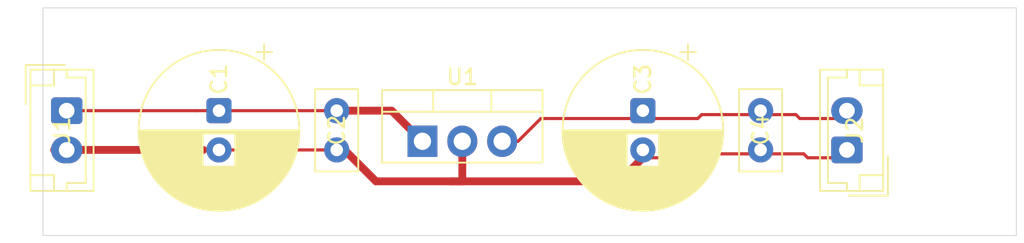
<source format=kicad_pcb>
(kicad_pcb (version 20241229) (generator "pcbnew") (generator_version "9.0")
  (layers (0 "F.Cu" signal) (4 "In1.Cu" signal) (6 "In2.Cu" signal) (2 "B.Cu" signal) (13 "F.Paste" user) (15 "B.Paste" user) (5 "F.SilkS" user "F.Silkscreen") (7 "B.SilkS" user "B.Silkscreen") (1 "F.Mask" user) (3 "B.Mask" user) (25 "Edge.Cuts" user))
  (net 0 "")
  (net 1 "Net-(J1-Pin_1)")
  (net 2 "Net-(J2-Pin_2)")
  (net 3 "GND")
  (footprint "Capacitor_THT:C_Disc_D5.0mm_W2.5mm_P2.50mm" (layer "F.Cu") (at 118.71 83.05 -90)
    (property "Reference" "C2" (at 1.25 0 90) (layer "F.SilkS"))
    (property "Value" "104")
    (fp_line (start -1.37 1.37) (end -1.37 -1.37) (stroke (width 0.12)) (layer "F.SilkS"))
    (fp_line (start 3.87 1.37) (end -1.37 1.37) (stroke (width 0.12)) (layer "F.SilkS"))
    (fp_line (start -1.37 -1.37) (end 3.87 -1.37) (stroke (width 0.12)) (layer "F.SilkS"))
    (fp_line (start 3.87 -1.37) (end 3.87 1.37) (stroke (width 0.12)) (layer "F.SilkS"))
    (pad "1" thru_hole circle (at 0 0 270) (size 1.6 1.6) (drill 0.8) (layers "*.Cu" "*.Mask") (net 1 "Net-(J1-Pin_1)"))
    (pad "2" thru_hole circle (at 2.5 0 270) (size 1.6 1.6) (drill 0.8) (layers "*.Cu" "*.Mask") (net 3 "GND"))
  )
  (footprint "Connector_JST:JST_EH_B2B-EH-A_1x02_P2.50mm_Vertical" (layer "F.Cu") (at 151.21 85.55 90)
    (property "Reference" "J2" (at 1.25 0.5 90) (layer "F.SilkS"))
    (property "Value" "Conn_01x02_Pin")
    (fp_line (start 5.11 -1.71) (end -2.61 -1.71) (stroke (width 0.12)) (layer "F.SilkS"))
    (fp_line (start -2.61 -1.71) (end -2.61 2.31) (stroke (width 0.12)) (layer "F.SilkS"))
    (fp_line (start 4.61 -1.21) (end 4.61 0) (stroke (width 0.12)) (layer "F.SilkS"))
    (fp_line (start -2.11 -1.21) (end 4.61 -1.21) (stroke (width 0.12)) (layer "F.SilkS"))
    (fp_line (start 4.61 0) (end 5.11 0) (stroke (width 0.12)) (layer "F.SilkS"))
    (fp_line (start -2.11 0) (end -2.11 -1.21) (stroke (width 0.12)) (layer "F.SilkS"))
    (fp_line (start -2.61 0) (end -2.11 0) (stroke (width 0.12)) (layer "F.SilkS"))
    (fp_line (start -2.91 0.11) (end -2.91 2.61) (stroke (width 0.12)) (layer "F.SilkS"))
    (fp_line (start 5.11 0.81) (end 4.11 0.81) (stroke (width 0.12)) (layer "F.SilkS"))
    (fp_line (start 4.11 0.81) (end 4.11 2.31) (stroke (width 0.12)) (layer "F.SilkS"))
    (fp_line (start -1.61 0.81) (end -1.61 2.31) (stroke (width 0.12)) (layer "F.SilkS"))
    (fp_line (start -2.61 0.81) (end -1.61 0.81) (stroke (width 0.12)) (layer "F.SilkS"))
    (fp_line (start 5.11 2.31) (end 5.11 -1.71) (stroke (width 0.12)) (layer "F.SilkS"))
    (fp_line (start -2.61 2.31) (end 5.11 2.31) (stroke (width 0.12)) (layer "F.SilkS"))
    (fp_line (start -2.91 2.61) (end -0.41 2.61) (stroke (width 0.12)) (layer "F.SilkS"))
    (pad "1" thru_hole roundrect (at 0 0 90) (size 1.7 2) (drill 1) (layers "*.Cu" "*.Mask") (roundrect_rratio 0.147059) (net 3 "GND"))
    (pad "2" thru_hole oval (at 2.5 0 90) (size 1.7 2) (drill 1) (layers "*.Cu" "*.Mask") (net 2 "Net-(J2-Pin_2)"))
  )
  (footprint "Capacitor_THT:C_Disc_D5.0mm_W2.5mm_P2.50mm" (layer "F.Cu") (at 145.71 83.05 -90)
    (property "Reference" "C4" (at 1.25 0 90) (layer "F.SilkS"))
    (property "Value" "104")
    (fp_line (start -1.37 1.37) (end -1.37 -1.37) (stroke (width 0.12)) (layer "F.SilkS"))
    (fp_line (start 3.87 1.37) (end -1.37 1.37) (stroke (width 0.12)) (layer "F.SilkS"))
    (fp_line (start -1.37 -1.37) (end 3.87 -1.37) (stroke (width 0.12)) (layer "F.SilkS"))
    (fp_line (start 3.87 -1.37) (end 3.87 1.37) (stroke (width 0.12)) (layer "F.SilkS"))
    (pad "1" thru_hole circle (at 0 0 270) (size 1.6 1.6) (drill 0.8) (layers "*.Cu" "*.Mask") (net 2 "Net-(J2-Pin_2)"))
    (pad "2" thru_hole circle (at 2.5 0 270) (size 1.6 1.6) (drill 0.8) (layers "*.Cu" "*.Mask") (net 3 "GND"))
  )
  (footprint "Capacitor_THT:CP_Radial_D10.0mm_P2.50mm" (layer "F.Cu") (at 111.21 83.05 -90)
    (property "Reference" "C1" (at -2 0 90) (layer "F.SilkS"))
    (property "Value" "1000uF")
    (fp_line (start 1.49 1.04) (end 1.49 5.074) (stroke (width 0.12)) (layer "F.SilkS"))
    (fp_line (start 1.53 1.04) (end 1.53 5.072) (stroke (width 0.12)) (layer "F.SilkS"))
    (fp_line (start 1.57 1.04) (end 1.57 5.07) (stroke (width 0.12)) (layer "F.SilkS"))
    (fp_line (start 1.61 1.04) (end 1.61 5.067) (stroke (width 0.12)) (layer "F.SilkS"))
    (fp_line (start 1.65 1.04) (end 1.65 5.064) (stroke (width 0.12)) (layer "F.SilkS"))
    (fp_line (start 1.69 1.04) (end 1.69 5.061) (stroke (width 0.12)) (layer "F.SilkS"))
    (fp_line (start 1.73 1.04) (end 1.73 5.057) (stroke (width 0.12)) (layer "F.SilkS"))
    (fp_line (start 1.77 1.04) (end 1.77 5.054) (stroke (width 0.12)) (layer "F.SilkS"))
    (fp_line (start 1.81 1.04) (end 1.81 5.049) (stroke (width 0.12)) (layer "F.SilkS"))
    (fp_line (start 1.85 1.04) (end 1.85 5.045) (stroke (width 0.12)) (layer "F.SilkS"))
    (fp_line (start 1.89 1.04) (end 1.89 5.04) (stroke (width 0.12)) (layer "F.SilkS"))
    (fp_line (start 1.93 1.04) (end 1.93 5.035) (stroke (width 0.12)) (layer "F.SilkS"))
    (fp_line (start 1.97 1.04) (end 1.97 5.029) (stroke (width 0.12)) (layer "F.SilkS"))
    (fp_line (start 2.01 1.04) (end 2.01 5.023) (stroke (width 0.12)) (layer "F.SilkS"))
    (fp_line (start 2.05 1.04) (end 2.05 5.017) (stroke (width 0.12)) (layer "F.SilkS"))
    (fp_line (start 2.09 1.04) (end 2.09 5.011) (stroke (width 0.12)) (layer "F.SilkS"))
    (fp_line (start 2.13 1.04) (end 2.13 5.004) (stroke (width 0.12)) (layer "F.SilkS"))
    (fp_line (start 2.17 1.04) (end 2.17 4.997) (stroke (width 0.12)) (layer "F.SilkS"))
    (fp_line (start 2.21 1.04) (end 2.21 4.989) (stroke (width 0.12)) (layer "F.SilkS"))
    (fp_line (start 2.25 1.04) (end 2.25 4.981) (stroke (width 0.12)) (layer "F.SilkS"))
    (fp_line (start 2.29 1.04) (end 2.29 4.973) (stroke (width 0.12)) (layer "F.SilkS"))
    (fp_line (start 2.33 1.04) (end 2.33 4.965) (stroke (width 0.12)) (layer "F.SilkS"))
    (fp_line (start 2.37 1.04) (end 2.37 4.956) (stroke (width 0.12)) (layer "F.SilkS"))
    (fp_line (start 2.41 1.04) (end 2.41 4.947) (stroke (width 0.12)) (layer "F.SilkS"))
    (fp_line (start 2.45 1.04) (end 2.45 4.937) (stroke (width 0.12)) (layer "F.SilkS"))
    (fp_line (start 2.49 1.04) (end 2.49 4.928) (stroke (width 0.12)) (layer "F.SilkS"))
    (fp_line (start 2.53 1.04) (end 2.53 4.917) (stroke (width 0.12)) (layer "F.SilkS"))
    (fp_line (start 2.57 1.04) (end 2.57 4.907) (stroke (width 0.12)) (layer "F.SilkS"))
    (fp_line (start 2.61 1.04) (end 2.61 4.896) (stroke (width 0.12)) (layer "F.SilkS"))
    (fp_line (start 2.65 1.04) (end 2.65 4.885) (stroke (width 0.12)) (layer "F.SilkS"))
    (fp_line (start 2.69 1.04) (end 2.69 4.873) (stroke (width 0.12)) (layer "F.SilkS"))
    (fp_line (start 2.73 1.04) (end 2.73 4.861) (stroke (width 0.12)) (layer "F.SilkS"))
    (fp_line (start 2.77 1.04) (end 2.77 4.849) (stroke (width 0.12)) (layer "F.SilkS"))
    (fp_line (start 2.81 1.04) (end 2.81 4.837) (stroke (width 0.12)) (layer "F.SilkS"))
    (fp_line (start 2.85 1.04) (end 2.85 4.824) (stroke (width 0.12)) (layer "F.SilkS"))
    (fp_line (start 2.89 1.04) (end 2.89 4.81) (stroke (width 0.12)) (layer "F.SilkS"))
    (fp_line (start 2.93 1.04) (end 2.93 4.797) (stroke (width 0.12)) (layer "F.SilkS"))
    (fp_line (start 2.97 1.04) (end 2.97 4.782) (stroke (width 0.12)) (layer "F.SilkS"))
    (fp_line (start 3.01 1.04) (end 3.01 4.768) (stroke (width 0.12)) (layer "F.SilkS"))
    (fp_line (start 3.05 1.04) (end 3.05 4.753) (stroke (width 0.12)) (layer "F.SilkS"))
    (fp_line (start 3.09 1.04) (end 3.09 4.738) (stroke (width 0.12)) (layer "F.SilkS"))
    (fp_line (start 3.13 1.04) (end 3.13 4.722) (stroke (width 0.12)) (layer "F.SilkS"))
    (fp_line (start 3.17 1.04) (end 3.17 4.706) (stroke (width 0.12)) (layer "F.SilkS"))
    (fp_line (start 3.21 1.04) (end 3.21 4.69) (stroke (width 0.12)) (layer "F.SilkS"))
    (fp_line (start 3.25 1.04) (end 3.25 4.673) (stroke (width 0.12)) (layer "F.SilkS"))
    (fp_line (start 3.29 1.04) (end 3.29 4.656) (stroke (width 0.12)) (layer "F.SilkS"))
    (fp_line (start 3.33 1.04) (end 3.33 4.638) (stroke (width 0.12)) (layer "F.SilkS"))
    (fp_line (start 3.37 1.04) (end 3.37 4.62) (stroke (width 0.12)) (layer "F.SilkS"))
    (fp_line (start 3.41 1.04) (end 3.41 4.602) (stroke (width 0.12)) (layer "F.SilkS"))
    (fp_line (start 3.45 1.04) (end 3.45 4.583) (stroke (width 0.12)) (layer "F.SilkS"))
    (fp_line (start 3.49 1.04) (end 3.49 4.564) (stroke (width 0.12)) (layer "F.SilkS"))
    (fp_line (start 3.53 1.04) (end 3.53 4.544) (stroke (width 0.12)) (layer "F.SilkS"))
    (fp_line (start 6.33 -0.599) (end 6.33 0.599) (stroke (width 0.12)) (layer "F.SilkS"))
    (fp_line (start 6.29 -0.862) (end 6.29 0.862) (stroke (width 0.12)) (layer "F.SilkS"))
    (fp_line (start 6.25 -1.062) (end 6.25 1.062) (stroke (width 0.12)) (layer "F.SilkS"))
    (fp_line (start 6.21 -1.23) (end 6.21 1.23) (stroke (width 0.12)) (layer "F.SilkS"))
    (fp_line (start 6.17 -1.377) (end 6.17 1.377) (stroke (width 0.12)) (layer "F.SilkS"))
    (fp_line (start 6.13 -1.509) (end 6.13 1.509) (stroke (width 0.12)) (layer "F.SilkS"))
    (fp_line (start 6.09 -1.63) (end 6.09 1.63) (stroke (width 0.12)) (layer "F.SilkS"))
    (fp_line (start 6.05 -1.742) (end 6.05 1.742) (stroke (width 0.12)) (layer "F.SilkS"))
    (fp_line (start 6.01 -1.846) (end 6.01 1.846) (stroke (width 0.12)) (layer "F.SilkS"))
    (fp_line (start 5.97 -1.944) (end 5.97 1.944) (stroke (width 0.12)) (layer "F.SilkS"))
    (fp_line (start 5.93 -2.037) (end 5.93 2.037) (stroke (width 0.12)) (layer "F.SilkS"))
    (fp_line (start 5.89 -2.124) (end 5.89 2.124) (stroke (width 0.12)) (layer "F.SilkS"))
    (fp_line (start 5.85 -2.208) (end 5.85 2.208) (stroke (width 0.12)) (layer "F.SilkS"))
    (fp_line (start 5.81 -2.288) (end 5.81 2.288) (stroke (width 0.12)) (layer "F.SilkS"))
    (fp_line (start 5.77 -2.365) (end 5.77 2.365) (stroke (width 0.12)) (layer "F.SilkS"))
    (fp_line (start 5.73 -2.439) (end 5.73 2.439) (stroke (width 0.12)) (layer "F.SilkS"))
    (fp_line (start 5.69 -2.51) (end 5.69 2.51) (stroke (width 0.12)) (layer "F.SilkS"))
    (fp_line (start 5.65 -2.578) (end 5.65 2.578) (stroke (width 0.12)) (layer "F.SilkS"))
    (fp_line (start 5.61 -2.644) (end 5.61 2.644) (stroke (width 0.12)) (layer "F.SilkS"))
    (fp_line (start 5.57 -2.708) (end 5.57 2.708) (stroke (width 0.12)) (layer "F.SilkS"))
    (fp_line (start 5.53 -2.77) (end 5.53 2.77) (stroke (width 0.12)) (layer "F.SilkS"))
    (fp_line (start 5.49 -2.83) (end 5.49 2.83) (stroke (width 0.12)) (layer "F.SilkS"))
    (fp_line (start -4.229646 -2.875) (end -3.229646 -2.875) (stroke (width 0.12)) (layer "F.SilkS"))
    (fp_line (start 5.45 -2.888) (end 5.45 2.888) (stroke (width 0.12)) (layer "F.SilkS"))
    (fp_line (start 5.41 -2.945) (end 5.41 2.945) (stroke (width 0.12)) (layer "F.SilkS"))
    (fp_line (start 5.37 -3) (end 5.37 3) (stroke (width 0.12)) (layer "F.SilkS"))
    (fp_line (start 5.33 -3.053) (end 5.33 3.053) (stroke (width 0.12)) (layer "F.SilkS"))
    (fp_line (start 5.29 -3.105) (end 5.29 3.105) (stroke (width 0.12)) (layer "F.SilkS"))
    (fp_line (start 5.25 -3.156) (end 5.25 3.156) (stroke (width 0.12)) (layer "F.SilkS"))
    (fp_line (start 5.21 -3.205) (end 5.21 3.205) (stroke (width 0.12)) (layer "F.SilkS"))
    (fp_line (start 5.17 -3.254) (end 5.17 3.254) (stroke (width 0.12)) (layer "F.SilkS"))
    (fp_line (start 5.13 -3.301) (end 5.13 3.301) (stroke (width 0.12)) (layer "F.SilkS"))
    (fp_line (start 5.09 -3.347) (end 5.09 3.347) (stroke (width 0.12)) (layer "F.SilkS"))
    (fp_line (start -3.729646 -3.375) (end -3.729646 -2.375) (stroke (width 0.12)) (layer "F.SilkS"))
    (fp_line (start 5.05 -3.391) (end 5.05 3.391) (stroke (width 0.12)) (layer "F.SilkS"))
    (fp_line (start 5.01 -3.435) (end 5.01 3.435) (stroke (width 0.12)) (layer "F.SilkS"))
    (fp_line (start 4.97 -3.478) (end 4.97 3.478) (stroke (width 0.12)) (layer "F.SilkS"))
    (fp_line (start 4.93 -3.52) (end 4.93 3.52) (stroke (width 0.12)) (layer "F.SilkS"))
    (fp_line (start 4.89 -3.561) (end 4.89 3.561) (stroke (width 0.12)) (layer "F.SilkS"))
    (fp_line (start 4.85 -3.601) (end 4.85 3.601) (stroke (width 0.12)) (layer "F.SilkS"))
    (fp_line (start 4.81 -3.64) (end 4.81 3.64) (stroke (width 0.12)) (layer "F.SilkS"))
    (fp_line (start 4.77 -3.678) (end 4.77 3.678) (stroke (width 0.12)) (layer "F.SilkS"))
    (fp_line (start 4.73 -3.716) (end 4.73 3.716) (stroke (width 0.12)) (layer "F.SilkS"))
    (fp_line (start 4.69 -3.752) (end 4.69 3.752) (stroke (width 0.12)) (layer "F.SilkS"))
    (fp_line (start 4.65 -3.788) (end 4.65 3.788) (stroke (width 0.12)) (layer "F.SilkS"))
    (fp_line (start 4.61 -3.823) (end 4.61 3.823) (stroke (width 0.12)) (layer "F.SilkS"))
    (fp_line (start 4.57 -3.858) (end 4.57 3.858) (stroke (width 0.12)) (layer "F.SilkS"))
    (fp_line (start 4.53 -3.891) (end 4.53 3.891) (stroke (width 0.12)) (layer "F.SilkS"))
    (fp_line (start 4.49 -3.924) (end 4.49 3.924) (stroke (width 0.12)) (layer "F.SilkS"))
    (fp_line (start 4.45 -3.957) (end 4.45 3.957) (stroke (width 0.12)) (layer "F.SilkS"))
    (fp_line (start 4.41 -3.988) (end 4.41 3.988) (stroke (width 0.12)) (layer "F.SilkS"))
    (fp_line (start 4.37 -4.02) (end 4.37 4.02) (stroke (width 0.12)) (layer "F.SilkS"))
    (fp_line (start 4.33 -4.05) (end 4.33 4.05) (stroke (width 0.12)) (layer "F.SilkS"))
    (fp_line (start 4.29 -4.08) (end 4.29 4.08) (stroke (width 0.12)) (layer "F.SilkS"))
    (fp_line (start 4.25 -4.109) (end 4.25 4.109) (stroke (width 0.12)) (layer "F.SilkS"))
    (fp_line (start 4.21 -4.138) (end 4.21 4.138) (stroke (width 0.12)) (layer "F.SilkS"))
    (fp_line (start 4.17 -4.166) (end 4.17 4.166) (stroke (width 0.12)) (layer "F.SilkS"))
    (fp_line (start 4.13 -4.193) (end 4.13 4.193) (stroke (width 0.12)) (layer "F.SilkS"))
    (fp_line (start 4.09 -4.22) (end 4.09 4.22) (stroke (width 0.12)) (layer "F.SilkS"))
    (fp_line (start 4.05 -4.247) (end 4.05 4.247) (stroke (width 0.12)) (layer "F.SilkS"))
    (fp_line (start 4.01 -4.272) (end 4.01 4.272) (stroke (width 0.12)) (layer "F.SilkS"))
    (fp_line (start 3.97 -4.298) (end 3.97 4.298) (stroke (width 0.12)) (layer "F.SilkS"))
    (fp_line (start 3.93 -4.323) (end 3.93 4.323) (stroke (width 0.12)) (layer "F.SilkS"))
    (fp_line (start 3.89 -4.347) (end 3.89 4.347) (stroke (width 0.12)) (layer "F.SilkS"))
    (fp_line (start 3.85 -4.371) (end 3.85 4.371) (stroke (width 0.12)) (layer "F.SilkS"))
    (fp_line (start 3.81 -4.394) (end 3.81 4.394) (stroke (width 0.12)) (layer "F.SilkS"))
    (fp_line (start 3.77 -4.417) (end 3.77 4.417) (stroke (width 0.12)) (layer "F.SilkS"))
    (fp_line (start 3.73 -4.439) (end 3.73 4.439) (stroke (width 0.12)) (layer "F.SilkS"))
    (fp_line (start 3.69 -4.461) (end 3.69 4.461) (stroke (width 0.12)) (layer "F.SilkS"))
    (fp_line (start 3.65 -4.483) (end 3.65 4.483) (stroke (width 0.12)) (layer "F.SilkS"))
    (fp_line (start 3.61 -4.504) (end 3.61 4.504) (stroke (width 0.12)) (layer "F.SilkS"))
    (fp_line (start 3.57 -4.524) (end 3.57 4.524) (stroke (width 0.12)) (layer "F.SilkS"))
    (fp_line (start 3.53 -4.544) (end 3.53 -1.04) (stroke (width 0.12)) (layer "F.SilkS"))
    (fp_line (start 3.49 -4.564) (end 3.49 -1.04) (stroke (width 0.12)) (layer "F.SilkS"))
    (fp_line (start 3.45 -4.583) (end 3.45 -1.04) (stroke (width 0.12)) (layer "F.SilkS"))
    (fp_line (start 3.41 -4.602) (end 3.41 -1.04) (stroke (width 0.12)) (layer "F.SilkS"))
    (fp_line (start 3.37 -4.62) (end 3.37 -1.04) (stroke (width 0.12)) (layer "F.SilkS"))
    (fp_line (start 3.33 -4.638) (end 3.33 -1.04) (stroke (width 0.12)) (layer "F.SilkS"))
    (fp_line (start 3.29 -4.656) (end 3.29 -1.04) (stroke (width 0.12)) (layer "F.SilkS"))
    (fp_line (start 3.25 -4.673) (end 3.25 -1.04) (stroke (width 0.12)) (layer "F.SilkS"))
    (fp_line (start 3.21 -4.69) (end 3.21 -1.04) (stroke (width 0.12)) (layer "F.SilkS"))
    (fp_line (start 3.17 -4.706) (end 3.17 -1.04) (stroke (width 0.12)) (layer "F.SilkS"))
    (fp_line (start 3.13 -4.722) (end 3.13 -1.04) (stroke (width 0.12)) (layer "F.SilkS"))
    (fp_line (start 3.09 -4.738) (end 3.09 -1.04) (stroke (width 0.12)) (layer "F.SilkS"))
    (fp_line (start 3.05 -4.753) (end 3.05 -1.04) (stroke (width 0.12)) (layer "F.SilkS"))
    (fp_line (start 3.01 -4.768) (end 3.01 -1.04) (stroke (width 0.12)) (layer "F.SilkS"))
    (fp_line (start 2.97 -4.782) (end 2.97 -1.04) (stroke (width 0.12)) (layer "F.SilkS"))
    (fp_line (start 2.93 -4.797) (end 2.93 -1.04) (stroke (width 0.12)) (layer "F.SilkS"))
    (fp_line (start 2.89 -4.81) (end 2.89 -1.04) (stroke (width 0.12)) (layer "F.SilkS"))
    (fp_line (start 2.85 -4.824) (end 2.85 -1.04) (stroke (width 0.12)) (layer "F.SilkS"))
    (fp_line (start 2.81 -4.837) (end 2.81 -1.04) (stroke (width 0.12)) (layer "F.SilkS"))
    (fp_line (start 2.77 -4.849) (end 2.77 -1.04) (stroke (width 0.12)) (layer "F.SilkS"))
    (fp_line (start 2.73 -4.861) (end 2.73 -1.04) (stroke (width 0.12)) (layer "F.SilkS"))
    (fp_line (start 2.69 -4.873) (end 2.69 -1.04) (stroke (width 0.12)) (layer "F.SilkS"))
    (fp_line (start 2.65 -4.885) (end 2.65 -1.04) (stroke (width 0.12)) (layer "F.SilkS"))
    (fp_line (start 2.61 -4.896) (end 2.61 -1.04) (stroke (width 0.12)) (layer "F.SilkS"))
    (fp_line (start 2.57 -4.907) (end 2.57 -1.04) (stroke (width 0.12)) (layer "F.SilkS"))
    (fp_line (start 2.53 -4.917) (end 2.53 -1.04) (stroke (width 0.12)) (layer "F.SilkS"))
    (fp_line (start 2.49 -4.928) (end 2.49 -1.04) (stroke (width 0.12)) (layer "F.SilkS"))
    (fp_line (start 2.45 -4.937) (end 2.45 -1.04) (stroke (width 0.12)) (layer "F.SilkS"))
    (fp_line (start 2.41 -4.947) (end 2.41 -1.04) (stroke (width 0.12)) (layer "F.SilkS"))
    (fp_line (start 2.37 -4.956) (end 2.37 -1.04) (stroke (width 0.12)) (layer "F.SilkS"))
    (fp_line (start 2.33 -4.965) (end 2.33 -1.04) (stroke (width 0.12)) (layer "F.SilkS"))
    (fp_line (start 2.29 -4.973) (end 2.29 -1.04) (stroke (width 0.12)) (layer "F.SilkS"))
    (fp_line (start 2.25 -4.981) (end 2.25 -1.04) (stroke (width 0.12)) (layer "F.SilkS"))
    (fp_line (start 2.21 -4.989) (end 2.21 -1.04) (stroke (width 0.12)) (layer "F.SilkS"))
    (fp_line (start 2.17 -4.997) (end 2.17 -1.04) (stroke (width 0.12)) (layer "F.SilkS"))
    (fp_line (start 2.13 -5.004) (end 2.13 -1.04) (stroke (width 0.12)) (layer "F.SilkS"))
    (fp_line (start 2.09 -5.011) (end 2.09 -1.04) (stroke (width 0.12)) (layer "F.SilkS"))
    (fp_line (start 2.05 -5.017) (end 2.05 -1.04) (stroke (width 0.12)) (layer "F.SilkS"))
    (fp_line (start 2.01 -5.023) (end 2.01 -1.04) (stroke (width 0.12)) (layer "F.SilkS"))
    (fp_line (start 1.97 -5.029) (end 1.97 -1.04) (stroke (width 0.12)) (layer "F.SilkS"))
    (fp_line (start 1.93 -5.035) (end 1.93 -1.04) (stroke (width 0.12)) (layer "F.SilkS"))
    (fp_line (start 1.89 -5.04) (end 1.89 -1.04) (stroke (width 0.12)) (layer "F.SilkS"))
    (fp_line (start 1.85 -5.045) (end 1.85 -1.04) (stroke (width 0.12)) (layer "F.SilkS"))
    (fp_line (start 1.81 -5.049) (end 1.81 -1.04) (stroke (width 0.12)) (layer "F.SilkS"))
    (fp_line (start 1.77 -5.054) (end 1.77 -1.04) (stroke (width 0.12)) (layer "F.SilkS"))
    (fp_line (start 1.73 -5.057) (end 1.73 -1.04) (stroke (width 0.12)) (layer "F.SilkS"))
    (fp_line (start 1.69 -5.061) (end 1.69 -1.04) (stroke (width 0.12)) (layer "F.SilkS"))
    (fp_line (start 1.65 -5.064) (end 1.65 -1.04) (stroke (width 0.12)) (layer "F.SilkS"))
    (fp_line (start 1.61 -5.067) (end 1.61 -1.04) (stroke (width 0.12)) (layer "F.SilkS"))
    (fp_line (start 1.57 -5.07) (end 1.57 -1.04) (stroke (width 0.12)) (layer "F.SilkS"))
    (fp_line (start 1.53 -5.072) (end 1.53 -1.04) (stroke (width 0.12)) (layer "F.SilkS"))
    (fp_line (start 1.49 -5.074) (end 1.49 -1.04) (stroke (width 0.12)) (layer "F.SilkS"))
    (fp_line (start 1.45 -5.076) (end 1.45 5.076) (stroke (width 0.12)) (layer "F.SilkS"))
    (fp_line (start 1.41 -5.077) (end 1.41 5.077) (stroke (width 0.12)) (layer "F.SilkS"))
    (fp_line (start 1.33 -5.079) (end 1.33 5.079) (stroke (width 0.12)) (layer "F.SilkS"))
    (fp_line (start 1.37 -5.079) (end 1.37 5.079) (stroke (width 0.12)) (layer "F.SilkS"))
    (fp_line (start 1.25 -5.08) (end 1.25 5.08) (stroke (width 0.12)) (layer "F.SilkS"))
    (fp_line (start 1.29 -5.08) (end 1.29 5.08) (stroke (width 0.12)) (layer "F.SilkS"))
    (fp_circle (center 1.25 0) (end 6.37 0) (stroke (width 0.12)) (fill no) (layer "F.SilkS"))
    (pad "1" thru_hole roundrect (at 0 0 270) (size 1.6 1.6) (drill 0.8) (layers "*.Cu" "*.Mask") (roundrect_rratio 0.15625) (net 1 "Net-(J1-Pin_1)"))
    (pad "2" thru_hole circle (at 2.5 0 270) (size 1.6 1.6) (drill 0.8) (layers "*.Cu" "*.Mask") (net 3 "GND"))
  )
  (footprint "Package_TO_SOT_THT:TO-220-3_Vertical" (layer "F.Cu") (at 124.17 85)
    (property "Reference" "U1" (at 2.54 -4.1 0) (layer "F.SilkS"))
    (property "Value" "LM7805_TO220")
    (fp_line (start -2.57 -3.26) (end 7.65 -3.26) (stroke (width 0.12)) (layer "F.SilkS"))
    (fp_line (start -2.57 -1.88) (end 7.65 -1.88) (stroke (width 0.12)) (layer "F.SilkS"))
    (fp_line (start -2.57 1.36) (end -2.57 -3.26) (stroke (width 0.12)) (layer "F.SilkS"))
    (fp_line (start 0.69 -3.26) (end 0.69 -1.88) (stroke (width 0.12)) (layer "F.SilkS"))
    (fp_line (start 4.39 -3.26) (end 4.39 -1.88) (stroke (width 0.12)) (layer "F.SilkS"))
    (fp_line (start 7.65 -3.26) (end 7.65 1.36) (stroke (width 0.12)) (layer "F.SilkS"))
    (fp_line (start 7.65 1.36) (end -2.57 1.36) (stroke (width 0.12)) (layer "F.SilkS"))
    (pad "1" thru_hole rect (at 0 0) (size 1.905 2) (drill 1.1) (layers "*.Cu" "*.Mask") (net 1 "Net-(J1-Pin_1)"))
    (pad "2" thru_hole oval (at 2.54 0) (size 1.905 2) (drill 1.1) (layers "*.Cu" "*.Mask") (net 3 "GND"))
    (pad "3" thru_hole oval (at 5.08 0) (size 1.905 2) (drill 1.1) (layers "*.Cu" "*.Mask") (net 2 "Net-(J2-Pin_2)"))
  )
  (footprint "Capacitor_THT:CP_Radial_D10.0mm_P2.50mm" (layer "F.Cu") (at 138.21 83.05 -90)
    (property "Reference" "C3" (at -2 0 90) (layer "F.SilkS"))
    (property "Value" "1000uF")
    (fp_line (start 1.49 1.04) (end 1.49 5.074) (stroke (width 0.12)) (layer "F.SilkS"))
    (fp_line (start 1.53 1.04) (end 1.53 5.072) (stroke (width 0.12)) (layer "F.SilkS"))
    (fp_line (start 1.57 1.04) (end 1.57 5.07) (stroke (width 0.12)) (layer "F.SilkS"))
    (fp_line (start 1.61 1.04) (end 1.61 5.067) (stroke (width 0.12)) (layer "F.SilkS"))
    (fp_line (start 1.65 1.04) (end 1.65 5.064) (stroke (width 0.12)) (layer "F.SilkS"))
    (fp_line (start 1.69 1.04) (end 1.69 5.061) (stroke (width 0.12)) (layer "F.SilkS"))
    (fp_line (start 1.73 1.04) (end 1.73 5.057) (stroke (width 0.12)) (layer "F.SilkS"))
    (fp_line (start 1.77 1.04) (end 1.77 5.054) (stroke (width 0.12)) (layer "F.SilkS"))
    (fp_line (start 1.81 1.04) (end 1.81 5.049) (stroke (width 0.12)) (layer "F.SilkS"))
    (fp_line (start 1.85 1.04) (end 1.85 5.045) (stroke (width 0.12)) (layer "F.SilkS"))
    (fp_line (start 1.89 1.04) (end 1.89 5.04) (stroke (width 0.12)) (layer "F.SilkS"))
    (fp_line (start 1.93 1.04) (end 1.93 5.035) (stroke (width 0.12)) (layer "F.SilkS"))
    (fp_line (start 1.97 1.04) (end 1.97 5.029) (stroke (width 0.12)) (layer "F.SilkS"))
    (fp_line (start 2.01 1.04) (end 2.01 5.023) (stroke (width 0.12)) (layer "F.SilkS"))
    (fp_line (start 2.05 1.04) (end 2.05 5.017) (stroke (width 0.12)) (layer "F.SilkS"))
    (fp_line (start 2.09 1.04) (end 2.09 5.011) (stroke (width 0.12)) (layer "F.SilkS"))
    (fp_line (start 2.13 1.04) (end 2.13 5.004) (stroke (width 0.12)) (layer "F.SilkS"))
    (fp_line (start 2.17 1.04) (end 2.17 4.997) (stroke (width 0.12)) (layer "F.SilkS"))
    (fp_line (start 2.21 1.04) (end 2.21 4.989) (stroke (width 0.12)) (layer "F.SilkS"))
    (fp_line (start 2.25 1.04) (end 2.25 4.981) (stroke (width 0.12)) (layer "F.SilkS"))
    (fp_line (start 2.29 1.04) (end 2.29 4.973) (stroke (width 0.12)) (layer "F.SilkS"))
    (fp_line (start 2.33 1.04) (end 2.33 4.965) (stroke (width 0.12)) (layer "F.SilkS"))
    (fp_line (start 2.37 1.04) (end 2.37 4.956) (stroke (width 0.12)) (layer "F.SilkS"))
    (fp_line (start 2.41 1.04) (end 2.41 4.947) (stroke (width 0.12)) (layer "F.SilkS"))
    (fp_line (start 2.45 1.04) (end 2.45 4.937) (stroke (width 0.12)) (layer "F.SilkS"))
    (fp_line (start 2.49 1.04) (end 2.49 4.928) (stroke (width 0.12)) (layer "F.SilkS"))
    (fp_line (start 2.53 1.04) (end 2.53 4.917) (stroke (width 0.12)) (layer "F.SilkS"))
    (fp_line (start 2.57 1.04) (end 2.57 4.907) (stroke (width 0.12)) (layer "F.SilkS"))
    (fp_line (start 2.61 1.04) (end 2.61 4.896) (stroke (width 0.12)) (layer "F.SilkS"))
    (fp_line (start 2.65 1.04) (end 2.65 4.885) (stroke (width 0.12)) (layer "F.SilkS"))
    (fp_line (start 2.69 1.04) (end 2.69 4.873) (stroke (width 0.12)) (layer "F.SilkS"))
    (fp_line (start 2.73 1.04) (end 2.73 4.861) (stroke (width 0.12)) (layer "F.SilkS"))
    (fp_line (start 2.77 1.04) (end 2.77 4.849) (stroke (width 0.12)) (layer "F.SilkS"))
    (fp_line (start 2.81 1.04) (end 2.81 4.837) (stroke (width 0.12)) (layer "F.SilkS"))
    (fp_line (start 2.85 1.04) (end 2.85 4.824) (stroke (width 0.12)) (layer "F.SilkS"))
    (fp_line (start 2.89 1.04) (end 2.89 4.81) (stroke (width 0.12)) (layer "F.SilkS"))
    (fp_line (start 2.93 1.04) (end 2.93 4.797) (stroke (width 0.12)) (layer "F.SilkS"))
    (fp_line (start 2.97 1.04) (end 2.97 4.782) (stroke (width 0.12)) (layer "F.SilkS"))
    (fp_line (start 3.01 1.04) (end 3.01 4.768) (stroke (width 0.12)) (layer "F.SilkS"))
    (fp_line (start 3.05 1.04) (end 3.05 4.753) (stroke (width 0.12)) (layer "F.SilkS"))
    (fp_line (start 3.09 1.04) (end 3.09 4.738) (stroke (width 0.12)) (layer "F.SilkS"))
    (fp_line (start 3.13 1.04) (end 3.13 4.722) (stroke (width 0.12)) (layer "F.SilkS"))
    (fp_line (start 3.17 1.04) (end 3.17 4.706) (stroke (width 0.12)) (layer "F.SilkS"))
    (fp_line (start 3.21 1.04) (end 3.21 4.69) (stroke (width 0.12)) (layer "F.SilkS"))
    (fp_line (start 3.25 1.04) (end 3.25 4.673) (stroke (width 0.12)) (layer "F.SilkS"))
    (fp_line (start 3.29 1.04) (end 3.29 4.656) (stroke (width 0.12)) (layer "F.SilkS"))
    (fp_line (start 3.33 1.04) (end 3.33 4.638) (stroke (width 0.12)) (layer "F.SilkS"))
    (fp_line (start 3.37 1.04) (end 3.37 4.62) (stroke (width 0.12)) (layer "F.SilkS"))
    (fp_line (start 3.41 1.04) (end 3.41 4.602) (stroke (width 0.12)) (layer "F.SilkS"))
    (fp_line (start 3.45 1.04) (end 3.45 4.583) (stroke (width 0.12)) (layer "F.SilkS"))
    (fp_line (start 3.49 1.04) (end 3.49 4.564) (stroke (width 0.12)) (layer "F.SilkS"))
    (fp_line (start 3.53 1.04) (end 3.53 4.544) (stroke (width 0.12)) (layer "F.SilkS"))
    (fp_line (start 6.33 -0.599) (end 6.33 0.599) (stroke (width 0.12)) (layer "F.SilkS"))
    (fp_line (start 6.29 -0.862) (end 6.29 0.862) (stroke (width 0.12)) (layer "F.SilkS"))
    (fp_line (start 6.25 -1.062) (end 6.25 1.062) (stroke (width 0.12)) (layer "F.SilkS"))
    (fp_line (start 6.21 -1.23) (end 6.21 1.23) (stroke (width 0.12)) (layer "F.SilkS"))
    (fp_line (start 6.17 -1.377) (end 6.17 1.377) (stroke (width 0.12)) (layer "F.SilkS"))
    (fp_line (start 6.13 -1.509) (end 6.13 1.509) (stroke (width 0.12)) (layer "F.SilkS"))
    (fp_line (start 6.09 -1.63) (end 6.09 1.63) (stroke (width 0.12)) (layer "F.SilkS"))
    (fp_line (start 6.05 -1.742) (end 6.05 1.742) (stroke (width 0.12)) (layer "F.SilkS"))
    (fp_line (start 6.01 -1.846) (end 6.01 1.846) (stroke (width 0.12)) (layer "F.SilkS"))
    (fp_line (start 5.97 -1.944) (end 5.97 1.944) (stroke (width 0.12)) (layer "F.SilkS"))
    (fp_line (start 5.93 -2.037) (end 5.93 2.037) (stroke (width 0.12)) (layer "F.SilkS"))
    (fp_line (start 5.89 -2.124) (end 5.89 2.124) (stroke (width 0.12)) (layer "F.SilkS"))
    (fp_line (start 5.85 -2.208) (end 5.85 2.208) (stroke (width 0.12)) (layer "F.SilkS"))
    (fp_line (start 5.81 -2.288) (end 5.81 2.288) (stroke (width 0.12)) (layer "F.SilkS"))
    (fp_line (start 5.77 -2.365) (end 5.77 2.365) (stroke (width 0.12)) (layer "F.SilkS"))
    (fp_line (start 5.73 -2.439) (end 5.73 2.439) (stroke (width 0.12)) (layer "F.SilkS"))
    (fp_line (start 5.69 -2.51) (end 5.69 2.51) (stroke (width 0.12)) (layer "F.SilkS"))
    (fp_line (start 5.65 -2.578) (end 5.65 2.578) (stroke (width 0.12)) (layer "F.SilkS"))
    (fp_line (start 5.61 -2.644) (end 5.61 2.644) (stroke (width 0.12)) (layer "F.SilkS"))
    (fp_line (start 5.57 -2.708) (end 5.57 2.708) (stroke (width 0.12)) (layer "F.SilkS"))
    (fp_line (start 5.53 -2.77) (end 5.53 2.77) (stroke (width 0.12)) (layer "F.SilkS"))
    (fp_line (start 5.49 -2.83) (end 5.49 2.83) (stroke (width 0.12)) (layer "F.SilkS"))
    (fp_line (start -4.229646 -2.875) (end -3.229646 -2.875) (stroke (width 0.12)) (layer "F.SilkS"))
    (fp_line (start 5.45 -2.888) (end 5.45 2.888) (stroke (width 0.12)) (layer "F.SilkS"))
    (fp_line (start 5.41 -2.945) (end 5.41 2.945) (stroke (width 0.12)) (layer "F.SilkS"))
    (fp_line (start 5.37 -3) (end 5.37 3) (stroke (width 0.12)) (layer "F.SilkS"))
    (fp_line (start 5.33 -3.053) (end 5.33 3.053) (stroke (width 0.12)) (layer "F.SilkS"))
    (fp_line (start 5.29 -3.105) (end 5.29 3.105) (stroke (width 0.12)) (layer "F.SilkS"))
    (fp_line (start 5.25 -3.156) (end 5.25 3.156) (stroke (width 0.12)) (layer "F.SilkS"))
    (fp_line (start 5.21 -3.205) (end 5.21 3.205) (stroke (width 0.12)) (layer "F.SilkS"))
    (fp_line (start 5.17 -3.254) (end 5.17 3.254) (stroke (width 0.12)) (layer "F.SilkS"))
    (fp_line (start 5.13 -3.301) (end 5.13 3.301) (stroke (width 0.12)) (layer "F.SilkS"))
    (fp_line (start 5.09 -3.347) (end 5.09 3.347) (stroke (width 0.12)) (layer "F.SilkS"))
    (fp_line (start -3.729646 -3.375) (end -3.729646 -2.375) (stroke (width 0.12)) (layer "F.SilkS"))
    (fp_line (start 5.05 -3.391) (end 5.05 3.391) (stroke (width 0.12)) (layer "F.SilkS"))
    (fp_line (start 5.01 -3.435) (end 5.01 3.435) (stroke (width 0.12)) (layer "F.SilkS"))
    (fp_line (start 4.97 -3.478) (end 4.97 3.478) (stroke (width 0.12)) (layer "F.SilkS"))
    (fp_line (start 4.93 -3.52) (end 4.93 3.52) (stroke (width 0.12)) (layer "F.SilkS"))
    (fp_line (start 4.89 -3.561) (end 4.89 3.561) (stroke (width 0.12)) (layer "F.SilkS"))
    (fp_line (start 4.85 -3.601) (end 4.85 3.601) (stroke (width 0.12)) (layer "F.SilkS"))
    (fp_line (start 4.81 -3.64) (end 4.81 3.64) (stroke (width 0.12)) (layer "F.SilkS"))
    (fp_line (start 4.77 -3.678) (end 4.77 3.678) (stroke (width 0.12)) (layer "F.SilkS"))
    (fp_line (start 4.73 -3.716) (end 4.73 3.716) (stroke (width 0.12)) (layer "F.SilkS"))
    (fp_line (start 4.69 -3.752) (end 4.69 3.752) (stroke (width 0.12)) (layer "F.SilkS"))
    (fp_line (start 4.65 -3.788) (end 4.65 3.788) (stroke (width 0.12)) (layer "F.SilkS"))
    (fp_line (start 4.61 -3.823) (end 4.61 3.823) (stroke (width 0.12)) (layer "F.SilkS"))
    (fp_line (start 4.57 -3.858) (end 4.57 3.858) (stroke (width 0.12)) (layer "F.SilkS"))
    (fp_line (start 4.53 -3.891) (end 4.53 3.891) (stroke (width 0.12)) (layer "F.SilkS"))
    (fp_line (start 4.49 -3.924) (end 4.49 3.924) (stroke (width 0.12)) (layer "F.SilkS"))
    (fp_line (start 4.45 -3.957) (end 4.45 3.957) (stroke (width 0.12)) (layer "F.SilkS"))
    (fp_line (start 4.41 -3.988) (end 4.41 3.988) (stroke (width 0.12)) (layer "F.SilkS"))
    (fp_line (start 4.37 -4.02) (end 4.37 4.02) (stroke (width 0.12)) (layer "F.SilkS"))
    (fp_line (start 4.33 -4.05) (end 4.33 4.05) (stroke (width 0.12)) (layer "F.SilkS"))
    (fp_line (start 4.29 -4.08) (end 4.29 4.08) (stroke (width 0.12)) (layer "F.SilkS"))
    (fp_line (start 4.25 -4.109) (end 4.25 4.109) (stroke (width 0.12)) (layer "F.SilkS"))
    (fp_line (start 4.21 -4.138) (end 4.21 4.138) (stroke (width 0.12)) (layer "F.SilkS"))
    (fp_line (start 4.17 -4.166) (end 4.17 4.166) (stroke (width 0.12)) (layer "F.SilkS"))
    (fp_line (start 4.13 -4.193) (end 4.13 4.193) (stroke (width 0.12)) (layer "F.SilkS"))
    (fp_line (start 4.09 -4.22) (end 4.09 4.22) (stroke (width 0.12)) (layer "F.SilkS"))
    (fp_line (start 4.05 -4.247) (end 4.05 4.247) (stroke (width 0.12)) (layer "F.SilkS"))
    (fp_line (start 4.01 -4.272) (end 4.01 4.272) (stroke (width 0.12)) (layer "F.SilkS"))
    (fp_line (start 3.97 -4.298) (end 3.97 4.298) (stroke (width 0.12)) (layer "F.SilkS"))
    (fp_line (start 3.93 -4.323) (end 3.93 4.323) (stroke (width 0.12)) (layer "F.SilkS"))
    (fp_line (start 3.89 -4.347) (end 3.89 4.347) (stroke (width 0.12)) (layer "F.SilkS"))
    (fp_line (start 3.85 -4.371) (end 3.85 4.371) (stroke (width 0.12)) (layer "F.SilkS"))
    (fp_line (start 3.81 -4.394) (end 3.81 4.394) (stroke (width 0.12)) (layer "F.SilkS"))
    (fp_line (start 3.77 -4.417) (end 3.77 4.417) (stroke (width 0.12)) (layer "F.SilkS"))
    (fp_line (start 3.73 -4.439) (end 3.73 4.439) (stroke (width 0.12)) (layer "F.SilkS"))
    (fp_line (start 3.69 -4.461) (end 3.69 4.461) (stroke (width 0.12)) (layer "F.SilkS"))
    (fp_line (start 3.65 -4.483) (end 3.65 4.483) (stroke (width 0.12)) (layer "F.SilkS"))
    (fp_line (start 3.61 -4.504) (end 3.61 4.504) (stroke (width 0.12)) (layer "F.SilkS"))
    (fp_line (start 3.57 -4.524) (end 3.57 4.524) (stroke (width 0.12)) (layer "F.SilkS"))
    (fp_line (start 3.53 -4.544) (end 3.53 -1.04) (stroke (width 0.12)) (layer "F.SilkS"))
    (fp_line (start 3.49 -4.564) (end 3.49 -1.04) (stroke (width 0.12)) (layer "F.SilkS"))
    (fp_line (start 3.45 -4.583) (end 3.45 -1.04) (stroke (width 0.12)) (layer "F.SilkS"))
    (fp_line (start 3.41 -4.602) (end 3.41 -1.04) (stroke (width 0.12)) (layer "F.SilkS"))
    (fp_line (start 3.37 -4.62) (end 3.37 -1.04) (stroke (width 0.12)) (layer "F.SilkS"))
    (fp_line (start 3.33 -4.638) (end 3.33 -1.04) (stroke (width 0.12)) (layer "F.SilkS"))
    (fp_line (start 3.29 -4.656) (end 3.29 -1.04) (stroke (width 0.12)) (layer "F.SilkS"))
    (fp_line (start 3.25 -4.673) (end 3.25 -1.04) (stroke (width 0.12)) (layer "F.SilkS"))
    (fp_line (start 3.21 -4.69) (end 3.21 -1.04) (stroke (width 0.12)) (layer "F.SilkS"))
    (fp_line (start 3.17 -4.706) (end 3.17 -1.04) (stroke (width 0.12)) (layer "F.SilkS"))
    (fp_line (start 3.13 -4.722) (end 3.13 -1.04) (stroke (width 0.12)) (layer "F.SilkS"))
    (fp_line (start 3.09 -4.738) (end 3.09 -1.04) (stroke (width 0.12)) (layer "F.SilkS"))
    (fp_line (start 3.05 -4.753) (end 3.05 -1.04) (stroke (width 0.12)) (layer "F.SilkS"))
    (fp_line (start 3.01 -4.768) (end 3.01 -1.04) (stroke (width 0.12)) (layer "F.SilkS"))
    (fp_line (start 2.97 -4.782) (end 2.97 -1.04) (stroke (width 0.12)) (layer "F.SilkS"))
    (fp_line (start 2.93 -4.797) (end 2.93 -1.04) (stroke (width 0.12)) (layer "F.SilkS"))
    (fp_line (start 2.89 -4.81) (end 2.89 -1.04) (stroke (width 0.12)) (layer "F.SilkS"))
    (fp_line (start 2.85 -4.824) (end 2.85 -1.04) (stroke (width 0.12)) (layer "F.SilkS"))
    (fp_line (start 2.81 -4.837) (end 2.81 -1.04) (stroke (width 0.12)) (layer "F.SilkS"))
    (fp_line (start 2.77 -4.849) (end 2.77 -1.04) (stroke (width 0.12)) (layer "F.SilkS"))
    (fp_line (start 2.73 -4.861) (end 2.73 -1.04) (stroke (width 0.12)) (layer "F.SilkS"))
    (fp_line (start 2.69 -4.873) (end 2.69 -1.04) (stroke (width 0.12)) (layer "F.SilkS"))
    (fp_line (start 2.65 -4.885) (end 2.65 -1.04) (stroke (width 0.12)) (layer "F.SilkS"))
    (fp_line (start 2.61 -4.896) (end 2.61 -1.04) (stroke (width 0.12)) (layer "F.SilkS"))
    (fp_line (start 2.57 -4.907) (end 2.57 -1.04) (stroke (width 0.12)) (layer "F.SilkS"))
    (fp_line (start 2.53 -4.917) (end 2.53 -1.04) (stroke (width 0.12)) (layer "F.SilkS"))
    (fp_line (start 2.49 -4.928) (end 2.49 -1.04) (stroke (width 0.12)) (layer "F.SilkS"))
    (fp_line (start 2.45 -4.937) (end 2.45 -1.04) (stroke (width 0.12)) (layer "F.SilkS"))
    (fp_line (start 2.41 -4.947) (end 2.41 -1.04) (stroke (width 0.12)) (layer "F.SilkS"))
    (fp_line (start 2.37 -4.956) (end 2.37 -1.04) (stroke (width 0.12)) (layer "F.SilkS"))
    (fp_line (start 2.33 -4.965) (end 2.33 -1.04) (stroke (width 0.12)) (layer "F.SilkS"))
    (fp_line (start 2.29 -4.973) (end 2.29 -1.04) (stroke (width 0.12)) (layer "F.SilkS"))
    (fp_line (start 2.25 -4.981) (end 2.25 -1.04) (stroke (width 0.12)) (layer "F.SilkS"))
    (fp_line (start 2.21 -4.989) (end 2.21 -1.04) (stroke (width 0.12)) (layer "F.SilkS"))
    (fp_line (start 2.17 -4.997) (end 2.17 -1.04) (stroke (width 0.12)) (layer "F.SilkS"))
    (fp_line (start 2.13 -5.004) (end 2.13 -1.04) (stroke (width 0.12)) (layer "F.SilkS"))
    (fp_line (start 2.09 -5.011) (end 2.09 -1.04) (stroke (width 0.12)) (layer "F.SilkS"))
    (fp_line (start 2.05 -5.017) (end 2.05 -1.04) (stroke (width 0.12)) (layer "F.SilkS"))
    (fp_line (start 2.01 -5.023) (end 2.01 -1.04) (stroke (width 0.12)) (layer "F.SilkS"))
    (fp_line (start 1.97 -5.029) (end 1.97 -1.04) (stroke (width 0.12)) (layer "F.SilkS"))
    (fp_line (start 1.93 -5.035) (end 1.93 -1.04) (stroke (width 0.12)) (layer "F.SilkS"))
    (fp_line (start 1.89 -5.04) (end 1.89 -1.04) (stroke (width 0.12)) (layer "F.SilkS"))
    (fp_line (start 1.85 -5.045) (end 1.85 -1.04) (stroke (width 0.12)) (layer "F.SilkS"))
    (fp_line (start 1.81 -5.049) (end 1.81 -1.04) (stroke (width 0.12)) (layer "F.SilkS"))
    (fp_line (start 1.77 -5.054) (end 1.77 -1.04) (stroke (width 0.12)) (layer "F.SilkS"))
    (fp_line (start 1.73 -5.057) (end 1.73 -1.04) (stroke (width 0.12)) (layer "F.SilkS"))
    (fp_line (start 1.69 -5.061) (end 1.69 -1.04) (stroke (width 0.12)) (layer "F.SilkS"))
    (fp_line (start 1.65 -5.064) (end 1.65 -1.04) (stroke (width 0.12)) (layer "F.SilkS"))
    (fp_line (start 1.61 -5.067) (end 1.61 -1.04) (stroke (width 0.12)) (layer "F.SilkS"))
    (fp_line (start 1.57 -5.07) (end 1.57 -1.04) (stroke (width 0.12)) (layer "F.SilkS"))
    (fp_line (start 1.53 -5.072) (end 1.53 -1.04) (stroke (width 0.12)) (layer "F.SilkS"))
    (fp_line (start 1.49 -5.074) (end 1.49 -1.04) (stroke (width 0.12)) (layer "F.SilkS"))
    (fp_line (start 1.45 -5.076) (end 1.45 5.076) (stroke (width 0.12)) (layer "F.SilkS"))
    (fp_line (start 1.41 -5.077) (end 1.41 5.077) (stroke (width 0.12)) (layer "F.SilkS"))
    (fp_line (start 1.33 -5.079) (end 1.33 5.079) (stroke (width 0.12)) (layer "F.SilkS"))
    (fp_line (start 1.37 -5.079) (end 1.37 5.079) (stroke (width 0.12)) (layer "F.SilkS"))
    (fp_line (start 1.25 -5.08) (end 1.25 5.08) (stroke (width 0.12)) (layer "F.SilkS"))
    (fp_line (start 1.29 -5.08) (end 1.29 5.08) (stroke (width 0.12)) (layer "F.SilkS"))
    (fp_circle (center 1.25 0) (end 6.37 0) (stroke (width 0.12)) (fill no) (layer "F.SilkS"))
    (pad "1" thru_hole roundrect (at 0 0 270) (size 1.6 1.6) (drill 0.8) (layers "*.Cu" "*.Mask") (roundrect_rratio 0.15625) (net 2 "Net-(J2-Pin_2)"))
    (pad "2" thru_hole circle (at 2.5 0 270) (size 1.6 1.6) (drill 0.8) (layers "*.Cu" "*.Mask") (net 3 "GND"))
  )
  (footprint "Connector_JST:JST_EH_B2B-EH-A_1x02_P2.50mm_Vertical" (layer "F.Cu") (at 101.51 83.05 -90)
    (property "Reference" "J1" (at 1.25 0.3 90) (layer "F.SilkS"))
    (property "Value" "Conn_01x02_Pin")
    (fp_line (start -2.91 2.61) (end -0.41 2.61) (stroke (width 0.12)) (layer "F.SilkS"))
    (fp_line (start -2.61 2.31) (end 5.11 2.31) (stroke (width 0.12)) (layer "F.SilkS"))
    (fp_line (start 5.11 2.31) (end 5.11 -1.71) (stroke (width 0.12)) (layer "F.SilkS"))
    (fp_line (start -2.61 0.81) (end -1.61 0.81) (stroke (width 0.12)) (layer "F.SilkS"))
    (fp_line (start -1.61 0.81) (end -1.61 2.31) (stroke (width 0.12)) (layer "F.SilkS"))
    (fp_line (start 4.11 0.81) (end 4.11 2.31) (stroke (width 0.12)) (layer "F.SilkS"))
    (fp_line (start 5.11 0.81) (end 4.11 0.81) (stroke (width 0.12)) (layer "F.SilkS"))
    (fp_line (start -2.91 0.11) (end -2.91 2.61) (stroke (width 0.12)) (layer "F.SilkS"))
    (fp_line (start -2.61 0) (end -2.11 0) (stroke (width 0.12)) (layer "F.SilkS"))
    (fp_line (start -2.11 0) (end -2.11 -1.21) (stroke (width 0.12)) (layer "F.SilkS"))
    (fp_line (start 4.61 0) (end 5.11 0) (stroke (width 0.12)) (layer "F.SilkS"))
    (fp_line (start -2.11 -1.21) (end 4.61 -1.21) (stroke (width 0.12)) (layer "F.SilkS"))
    (fp_line (start 4.61 -1.21) (end 4.61 0) (stroke (width 0.12)) (layer "F.SilkS"))
    (fp_line (start -2.61 -1.71) (end -2.61 2.31) (stroke (width 0.12)) (layer "F.SilkS"))
    (fp_line (start 5.11 -1.71) (end -2.61 -1.71) (stroke (width 0.12)) (layer "F.SilkS"))
    (pad "1" thru_hole roundrect (at 0 0 270) (size 1.7 2) (drill 1) (layers "*.Cu" "*.Mask") (roundrect_rratio 0.147059) (net 1 "Net-(J1-Pin_1)"))
    (pad "2" thru_hole oval (at 2.5 0 270) (size 1.7 2) (drill 1) (layers "*.Cu" "*.Mask") (net 3 "GND"))
  )
  (gr_line (start 109.71 83.05) (end 119.21 83.05) (stroke (width 0.2)) (layer "F.Cu") (net 1))
  (gr_line (start 100.71 83.05) (end 109.71 83.05) (stroke (width 0.2)) (layer "F.Cu") (net 1))
  (gr_line (start 100 91) (end 100 76.5) (stroke (width 0.05)) (layer "Edge.Cuts"))
  (gr_line (start 162 76.5) (end 162 91) (stroke (width 0.05)) (layer "Edge.Cuts"))
  (gr_line (start 162 91) (end 100 91) (stroke (width 0.05)) (layer "Edge.Cuts"))
  (gr_line (start 100 76.5) (end 162 76.5) (stroke (width 0.05)) (layer "Edge.Cuts"))
  (segment (start 124.16 85) (end 124.17 85) (width 0.2) (layer "F.Cu") (net 1))
  (segment (start 119.21 83.05) (end 122.21 83.05) (width 0.5) (layer "F.Cu") (net 1))
  (segment (start 122.21 83.05) (end 124.16 85) (width 0.5) (layer "F.Cu") (net 1))
  (segment (start 141.71 83.55) (end 138.21 83.55) (width 0.2) (layer "F.Cu") (net 2))
  (segment (start 145.71 83.3) (end 141.96 83.3) (width 0.2) (layer "F.Cu") (net 2))
  (segment (start 141.96 83.3) (end 141.71 83.55) (width 0.2) (layer "F.Cu") (net 2))
  (segment (start 130.26 85) (end 131.71 83.55) (width 0.2) (layer "F.Cu") (net 2))
  (segment (start 131.71 83.55) (end 138.21 83.55) (width 0.2) (layer "F.Cu") (net 2))
  (segment (start 148.21 83.55) (end 147.96 83.3) (width 0.2) (layer "F.Cu") (net 2))
  (segment (start 129.25 85) (end 130.26 85) (width 0.2) (layer "F.Cu") (net 2))
  (segment (start 151.41 83.55) (end 148.21 83.55) (width 0.2) (layer "F.Cu") (net 2))
  (segment (start 147.96 83.3) (end 145.71 83.3) (width 0.2) (layer "F.Cu") (net 2))
  (segment (start 145.96 83.05) (end 145.71 83.3) (width 0.2) (layer "F.Cu") (net 2))
  (segment (start 121.21 87.55) (end 125.96 87.55) (width 0.5) (layer "F.Cu") (net 3))
  (segment (start 141.96 85.8) (end 141.71 86.05) (width 0.2) (layer "F.Cu") (net 3))
  (segment (start 148.46 85.8) (end 145.71 85.8) (width 0.2) (layer "F.Cu") (net 3))
  (segment (start 141.71 86.05) (end 138.21 86.05) (width 0.2) (layer "F.Cu") (net 3))
  (segment (start 125.96 87.55) (end 126.71 87.55) (width 0.5) (layer "F.Cu") (net 3))
  (segment (start 126.71 87.55) (end 126.71 85) (width 0.5) (layer "F.Cu") (net 3))
  (segment (start 145.71 85.8) (end 141.96 85.8) (width 0.2) (layer "F.Cu") (net 3))
  (segment (start 148.71 86.05) (end 148.46 85.8) (width 0.2) (layer "F.Cu") (net 3))
  (segment (start 119.21 85.55) (end 121.21 87.55) (width 0.5) (layer "F.Cu") (net 3))
  (segment (start 125.96 87.55) (end 136.71 87.55) (width 0.5) (layer "F.Cu") (net 3))
  (segment (start 145.46 86.05) (end 145.71 85.8) (width 0.2) (layer "F.Cu") (net 3))
  (segment (start 110.21 85.55) (end 119.21 85.55) (width 0.2) (layer "F.Cu") (net 3))
  (segment (start 136.71 87.55) (end 138.21 86.05) (width 0.5) (layer "F.Cu") (net 3))
  (segment (start 100.71 85.55) (end 110.21 85.55) (width 0.5) (layer "F.Cu") (net 3))
  (segment (start 145.96 85.55) (end 145.71 85.8) (width 0.2) (layer "F.Cu") (net 3))
  (segment (start 151.41 86.05) (end 148.71 86.05) (width 0.2) (layer "F.Cu") (net 3))
)
</source>
